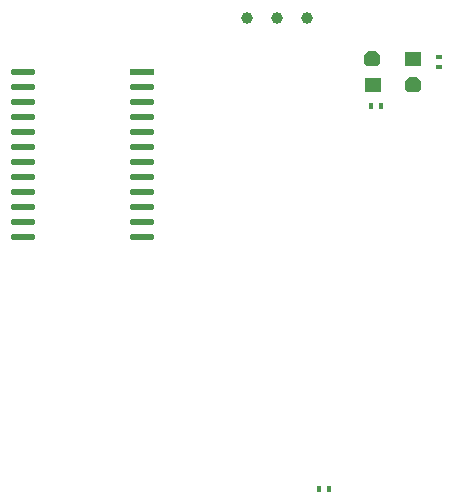
<source format=gbp>
G04*
G04 #@! TF.GenerationSoftware,Altium Limited,Altium Designer,18.1.9 (240)*
G04*
G04 Layer_Color=128*
%FSLAX25Y25*%
%MOIN*%
G70*
G01*
G75*
%ADD21R,0.01968X0.01575*%
%ADD22R,0.05500X0.05000*%
G04:AMPARAMS|DCode=23|XSize=55mil|YSize=50mil|CornerRadius=0mil|HoleSize=0mil|Usage=FLASHONLY|Rotation=180.000|XOffset=0mil|YOffset=0mil|HoleType=Round|Shape=Octagon|*
%AMOCTAGOND23*
4,1,8,-0.02750,0.01250,-0.02750,-0.01250,-0.01500,-0.02500,0.01500,-0.02500,0.02750,-0.01250,0.02750,0.01250,0.01500,0.02500,-0.01500,0.02500,-0.02750,0.01250,0.0*
%
%ADD23OCTAGOND23*%

%ADD25R,0.01575X0.01968*%
%ADD100O,0.08268X0.02165*%
%ADD101R,0.08268X0.02165*%
%ADD102C,0.03937*%
D21*
X76200Y-67247D02*
D03*
Y-63900D02*
D03*
D22*
X67300Y-64800D02*
D03*
X54100Y-73300D02*
D03*
D23*
X53800Y-64800D02*
D03*
X67600Y-73300D02*
D03*
D25*
X56871Y-80400D02*
D03*
X53525D02*
D03*
X39571Y-208000D02*
D03*
X36225D02*
D03*
D100*
X-62482Y-83987D02*
D03*
X-62482Y-78987D02*
D03*
Y-73987D02*
D03*
Y-68987D02*
D03*
X-22718Y-118987D02*
D03*
Y-123987D02*
D03*
X-62482D02*
D03*
Y-118987D02*
D03*
Y-113987D02*
D03*
X-62482Y-108987D02*
D03*
X-62482Y-103987D02*
D03*
Y-98987D02*
D03*
Y-93987D02*
D03*
Y-88987D02*
D03*
X-22718Y-113987D02*
D03*
X-22718Y-108987D02*
D03*
X-22718Y-103987D02*
D03*
Y-98987D02*
D03*
Y-93987D02*
D03*
Y-88987D02*
D03*
X-22718Y-83987D02*
D03*
X-22718Y-78987D02*
D03*
Y-73987D02*
D03*
D101*
Y-68987D02*
D03*
D102*
X12206Y-51000D02*
D03*
D03*
X22206D02*
D03*
X32206D02*
D03*
M02*

</source>
